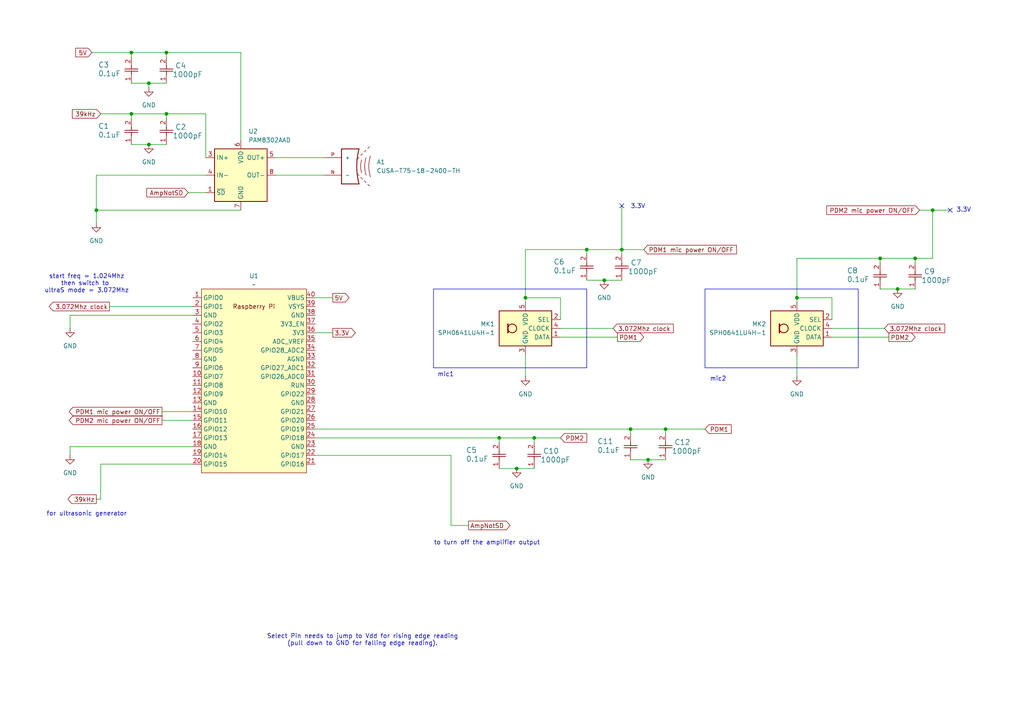
<source format=kicad_sch>
(kicad_sch (version 20231120) (generator "eeschema") (generator_version "8.0")
  (paper "A4")
  (title_block (title "MSE894 Lab 4 - PCBA Schematic") (date "2024-03-23") (rev "00"))
  (lib_symbols
    (symbol "491_Symbols:Pico_W"
      (property "Reference" "U" (at 0 0 0))
      (symbol "Pico_W_0_0"
        (text "Raspberry Pi" (at 0 22.86 0) (effects (font (size 1.27 1.27))))
      )
      (symbol "Pico_W_0_1"
        (rectangle (start -15.24 27.94) (end 15.24 -25.4) (fill (type background)))
      )
      (symbol "Pico_W_1_1"
        (pin bidirectional line (at -17.78 25.4 0) (length 2.54) (name "GPIO0") (number "1"))
        (pin bidirectional line (at -17.78 2.54 0) (length 2.54) (name "GPIO7") (number "10"))
        (pin bidirectional line (at -17.78 0 0) (length 2.54) (name "GPIO8") (number "11"))
        (pin bidirectional line (at -17.78 -2.54 0) (length 2.54) (name "GPIO9") (number "12"))
        (pin power_in line (at -17.78 -5.08 0) (length 2.54) (name "GND") (number "13"))
        (pin bidirectional line (at -17.78 -7.62 0) (length 2.54) (name "GPIO10") (number "14"))
        (pin bidirectional line (at -17.78 -10.16 0) (length 2.54) (name "GPIO11") (number "15"))
        (pin bidirectional line (at -17.78 -12.7 0) (length 2.54) (name "GPIO12") (number "16"))
        (pin bidirectional line (at -17.78 -15.24 0) (length 2.54) (name "GPIO13") (number "17"))
        (pin power_in line (at -17.78 -17.78 0) (length 2.54) (name "GND") (number "18"))
        (pin bidirectional line (at -17.78 -20.32 0) (length 2.54) (name "GPIO14") (number "19"))
        (pin bidirectional line (at -17.78 22.86 0) (length 2.54) (name "GPIO1") (number "2"))
        (pin bidirectional line (at -17.78 -22.86 0) (length 2.54) (name "GPIO15") (number "20"))
        (pin bidirectional line (at 17.78 -22.86 180) (length 2.54) (name "GPIO16") (number "21"))
        (pin bidirectional line (at 17.78 -20.32 180) (length 2.54) (name "GPIO17") (number "22"))
        (pin power_in line (at 17.78 -17.78 180) (length 2.54) (name "GND") (number "23"))
        (pin bidirectional line (at 17.78 -15.24 180) (length 2.54) (name "GPIO18") (number "24"))
        (pin bidirectional line (at 17.78 -12.7 180) (length 2.54) (name "GPIO19") (number "25"))
        (pin bidirectional line (at 17.78 -10.16 180) (length 2.54) (name "GPIO20") (number "26"))
        (pin bidirectional line (at 17.78 -7.62 180) (length 2.54) (name "GPIO21") (number "27"))
        (pin power_in line (at 17.78 -5.08 180) (length 2.54) (name "GND") (number "28"))
        (pin bidirectional line (at 17.78 -2.54 180) (length 2.54) (name "GPIO22") (number "29"))
        (pin power_in line (at -17.78 20.32 0) (length 2.54) (name "GND") (number "3"))
        (pin input line (at 17.78 0 180) (length 2.54) (name "RUN") (number "30"))
        (pin bidirectional line (at 17.78 2.54 180) (length 2.54) (name "GPIO26_ADC0") (number "31"))
        (pin bidirectional line (at 17.78 5.08 180) (length 2.54) (name "GPIO27_ADC1") (number "32"))
        (pin power_in line (at 17.78 7.62 180) (length 2.54) (name "AGND") (number "33"))
        (pin bidirectional line (at 17.78 10.16 180) (length 2.54) (name "GPIO28_ADC2") (number "34"))
        (pin unspecified line (at 17.78 12.7 180) (length 2.54) (name "ADC_VREF") (number "35"))
        (pin unspecified line (at 17.78 15.24 180) (length 2.54) (name "3V3") (number "36"))
        (pin input line (at 17.78 17.78 180) (length 2.54) (name "3V3_EN") (number "37"))
        (pin bidirectional line (at 17.78 20.32 180) (length 2.54) (name "GND") (number "38"))
        (pin unspecified line (at 17.78 22.86 180) (length 2.54) (name "VSYS") (number "39"))
        (pin bidirectional line (at -17.78 17.78 0) (length 2.54) (name "GPIO2") (number "4"))
        (pin unspecified line (at 17.78 25.4 180) (length 2.54) (name "VBUS") (number "40"))
        (pin bidirectional line (at -17.78 15.24 0) (length 2.54) (name "GPIO3") (number "5"))
        (pin bidirectional line (at -17.78 12.7 0) (length 2.54) (name "GPIO4") (number "6"))
        (pin bidirectional line (at -17.78 10.16 0) (length 2.54) (name "GPIO5") (number "7"))
        (pin power_in line (at -17.78 7.62 0) (length 2.54) (name "GND") (number "8"))
        (pin bidirectional line (at -17.78 5.08 0) (length 2.54) (name "GPIO6") (number "9"))
      )
    )
    (symbol "Amplifier_Audio:PAM8302AAD"
      (property "Reference" "U" (at 7.62 11.43 0))
      (property "Value" "PAM8302AAD" (at 7.62 8.89 0))
      (symbol "PAM8302AAD_0_1"
        (rectangle (start -7.62 7.62) (end 7.62 -7.62) (stroke (width 0.254)) (fill (type background)))
      )
      (symbol "PAM8302AAD_1_1"
        (pin input line (at -10.16 -5.08 0) (length 2.54) (name "~{SD}") (number "1"))
        (pin no_connect line (at 7.62 -5.08 180) (length 2.54) hide (name "NC") (number "2"))
        (pin input line (at -10.16 5.08 0) (length 2.54) (name "IN+") (number "3"))
        (pin input line (at -10.16 0 0) (length 2.54) (name "IN-") (number "4"))
        (pin output line (at 10.16 5.08 180) (length 2.54) (name "OUT+") (number "5"))
        (pin power_in line (at 0 10.16 270) (length 2.54) (name "VDD") (number "6"))
        (pin power_in line (at 0 -10.16 90) (length 2.54) (name "GND") (number "7"))
        (pin output line (at 10.16 0 180) (length 2.54) (name "OUT-") (number "8"))
      )
    )
    (symbol "CUSA-T75-18-2400-TH:CUSA-T75-18-2400-TH" (pin_names (offset 1.016))
      (property "Reference" "A" (at -3.0988 6.604 0))
      (property "Value" "CUSA-T75-18-2400-TH" (at -3.556 -5.842 0))
      (symbol "CUSA-T75-18-2400-TH_0_0"
        (polyline (pts (xy -2.54 -5.08) (xy -2.54 5.08)) (stroke (width 0.254)))
        (polyline (pts (xy -2.54 5.08) (xy 2.54 5.08)) (stroke (width 0.254)))
        (polyline (pts (xy 2.032 -2.159) (xy 2.54 -2.667)) (stroke (width 0.1524)))
        (polyline (pts (xy 2.032 2.159) (xy 2.54 2.667)) (stroke (width 0.1524)))
        (polyline (pts (xy 2.54 -5.08) (xy -2.54 -5.08)) (stroke (width 0.254)))
        (polyline (pts (xy 3.048 3.175) (xy 3.556 3.683)) (stroke (width 0.1524)))
        (polyline (pts (xy 3.556 -3.683) (xy 3.048 -3.175)) (stroke (width 0.1524)))
        (polyline (pts (xy 4.064 4.191) (xy 4.572 4.699)) (stroke (width 0.1524)))
        (polyline (pts (xy 4.572 -4.699) (xy 4.064 -4.191)) (stroke (width 0.1524)))
        (polyline (pts (xy 5.08 5.207) (xy 5.588 5.715)) (stroke (width 0.1524)))
        (polyline (pts (xy 5.588 -5.715) (xy 5.08 -5.207)) (stroke (width 0.1524)))
        (arc (start 2.54 5.08) (mid 1.8712 0) (end 2.54 -5.08) (stroke (width 0.254)))
        (arc (start 3.302 1.905) (mid 3.0088 0) (end 3.302 -1.905) (stroke (width 0.1524)))
        (arc (start 4.572 2.54) (mid 4.1812 0) (end 4.572 -2.54) (stroke (width 0.1524)))
        (arc (start 5.842 3.048) (mid 5.3729 0) (end 5.842 -3.048) (stroke (width 0.1524)))
        (pin passive line (at -7.62 -2.54 0) (length 5.08) (name "-") (number "N"))
        (pin passive line (at -7.62 2.54 0) (length 5.08) (name "+") (number "P"))
      )
    )
    (symbol "C_0805_1nF_SMD:C0805C102K5RACTU" (pin_names (offset 0.254))
      (property "Reference" "C" (at 3.81 3.81 0))
      (property "Value" "C0805C102K5RACTU" (at 3.81 -3.81 0))
      (symbol "C0805C102K5RACTU_1_1"
        (polyline (pts (xy 2.54 0) (xy 3.4798 0)) (stroke (width 0.2032)))
        (polyline (pts (xy 3.4798 -1.905) (xy 3.4798 1.905)) (stroke (width 0.2032)))
        (polyline (pts (xy 4.1148 -1.905) (xy 4.1148 1.905)) (stroke (width 0.2032)))
        (polyline (pts (xy 4.1148 0) (xy 5.08 0)) (stroke (width 0.2032)))
        (pin unspecified line (at 0 0 0) (length 2.54) (name "") (number "1"))
        (pin unspecified line (at 7.62 0 180) (length 2.54) (name "") (number "2"))
      )
      (symbol "C0805C102K5RACTU_1_2"
        (polyline (pts (xy -1.905 -4.1148) (xy 1.905 -4.1148)) (stroke (width 0.2032)))
        (polyline (pts (xy -1.905 -3.4798) (xy 1.905 -3.4798)) (stroke (width 0.2032)))
        (polyline (pts (xy 0 -4.1148) (xy 0 -5.08)) (stroke (width 0.2032)))
        (polyline (pts (xy 0 -2.54) (xy 0 -3.4798)) (stroke (width 0.2032)))
        (pin unspecified line (at 0 0 270) (length 2.54) (name "") (number "1"))
        (pin unspecified line (at 0 -7.62 90) (length 2.54) (name "") (number "2"))
      )
    )
    (symbol "C_1206_01uF_SMD:C1206C104K5RACTU" (pin_names (offset 0.254))
      (property "Reference" "C" (at 3.81 3.81 0))
      (property "Value" "C1206C104K5RACTU" (at 3.81 -3.81 0))
      (symbol "C1206C104K5RACTU_1_1"
        (polyline (pts (xy 2.54 0) (xy 3.4798 0)) (stroke (width 0.2032)))
        (polyline (pts (xy 3.4798 -1.905) (xy 3.4798 1.905)) (stroke (width 0.2032)))
        (polyline (pts (xy 4.1148 -1.905) (xy 4.1148 1.905)) (stroke (width 0.2032)))
        (polyline (pts (xy 4.1148 0) (xy 5.08 0)) (stroke (width 0.2032)))
        (pin unspecified line (at 0 0 0) (length 2.54) (name "") (number "1"))
        (pin unspecified line (at 7.62 0 180) (length 2.54) (name "") (number "2"))
      )
      (symbol "C1206C104K5RACTU_1_2"
        (polyline (pts (xy -1.905 -4.1148) (xy 1.905 -4.1148)) (stroke (width 0.2032)))
        (polyline (pts (xy -1.905 -3.4798) (xy 1.905 -3.4798)) (stroke (width 0.2032)))
        (polyline (pts (xy 0 -4.1148) (xy 0 -5.08)) (stroke (width 0.2032)))
        (polyline (pts (xy 0 -2.54) (xy 0 -3.4798)) (stroke (width 0.2032)))
        (pin unspecified line (at 0 0 270) (length 2.54) (name "") (number "1"))
        (pin unspecified line (at 0 -7.62 90) (length 2.54) (name "") (number "2"))
      )
    )
    (symbol "Sensor_Audio:SPH0641LU4H-1"
      (property "Reference" "MK" (at 5.08 6.35 0))
      (property "Value" "SPH0641LU4H-1" (at 8.89 -6.35 0))
      (symbol "SPH0641LU4H-1_1_1"
        (rectangle (start -7.62 5.08) (end 7.62 -5.08) (stroke (width 0.254)) (fill (type background)))
        (circle (center -3.81 0) (radius 1.27) (stroke (width 0.254)))
        (polyline (pts (xy -5.08 1.27) (xy -5.08 -1.27)) (stroke (width 0.381)))
        (pin output line (at 10.16 -2.54 180) (length 2.54) (name "DATA") (number "1"))
        (pin input line (at 10.16 2.54 180) (length 2.54) (name "SEL") (number "2"))
        (pin power_in line (at 0 -7.62 90) (length 2.54) (name "GND") (number "3"))
        (pin input line (at 10.16 0 180) (length 2.54) (name "CLOCK") (number "4"))
        (pin power_in line (at 0 7.62 270) (length 2.54) (name "VDD") (number "5"))
      )
    )
    (symbol "power:GND" (power) (pin_numbers hide) (pin_names (offset 0) hide)
      (property "Value" "GND" (at 0 -3.81 0))
      (symbol "GND_0_1"
        (polyline (pts (xy 0 0) (xy 0 -1.27) (xy 1.27 -1.27) (xy 0 -2.54) (xy -1.27 -1.27) (xy 0 -1.27)))
      )
      (symbol "GND_1_1"
        (pin power_in line (at 0 0 270) (length 0) (name "~") (number "1"))
      )
    )
  )
  (junction (at 144.78 127))
  (junction (at 48.26 15.24))
  (junction (at 43.18 24.13))
  (junction (at 260.35 83.82))
  (junction (at 182.88 124.46))
  (junction (at 187.96 133.35))
  (junction (at 265.43 74.93))
  (junction (at 270.51 60.96))
  (junction (at 149.86 135.89))
  (junction (at 27.94 60.96))
  (junction (at 175.26 81.28))
  (junction (at 193.04 124.46))
  (junction (at 154.94 127))
  (junction (at 43.18 41.91))
  (junction (at 170.18 72.39))
  (junction (at 48.26 33.02))
  (junction (at 231.14 86.36))
  (junction (at 38.1 33.02))
  (junction (at 255.27 74.93))
  (junction (at 38.1 15.24))
  (junction (at 180.34 72.39))
  (junction (at 152.4 86.36))
  (no_connect (at 180.34 59.69))
  (no_connect (at 275.59 60.96))
  (wire (pts (xy 80.01 45.72) (xy 93.98 45.72)))
  (wire (pts (xy 152.4 86.36) (xy 162.56 86.36)))
  (wire (pts (xy 27.94 60.96) (xy 69.85 60.96)))
  (wire (pts (xy 255.27 74.93) (xy 265.43 74.93)))
  (wire (pts (xy 266.7 60.96) (xy 270.51 60.96)))
  (wire (pts (xy 193.04 124.46) (xy 193.04 125.73)))
  (wire (pts (xy 231.14 86.36) (xy 231.14 87.63)))
  (wire (pts (xy 241.3 95.25) (xy 256.54 95.25)))
  (wire (pts (xy 48.26 15.24) (xy 69.85 15.24)))
  (wire (pts (xy 130.81 152.4) (xy 135.89 152.4)))
  (wire (pts (xy 193.04 124.46) (xy 204.47 124.46)))
  (wire (pts (xy 43.18 41.91) (xy 48.26 41.91)))
  (wire (pts (xy 48.26 33.02) (xy 59.69 33.02)))
  (wire (pts (xy 187.96 133.35) (xy 193.04 133.35)))
  (wire (pts (xy 231.14 102.87) (xy 231.14 109.22)))
  (wire (pts (xy 241.3 92.71) (xy 241.3 86.36)))
  (wire (pts (xy 27.94 144.78) (xy 29.21 144.78)))
  (wire (pts (xy 162.56 92.71) (xy 162.56 86.36)))
  (wire (pts (xy 29.21 134.62) (xy 55.88 134.62)))
  (wire (pts (xy 270.51 60.96) (xy 275.59 60.96)))
  (wire (pts (xy 152.4 102.87) (xy 152.4 109.22)))
  (wire (pts (xy 91.44 132.08) (xy 130.81 132.08)))
  (wire (pts (xy 182.88 124.46) (xy 182.88 125.73)))
  (wire (pts (xy 31.75 88.9) (xy 55.88 88.9)))
  (wire (pts (xy 91.44 96.52) (xy 96.52 96.52)))
  (wire (pts (xy 154.94 127) (xy 162.56 127)))
  (wire (pts (xy 29.21 144.78) (xy 29.21 134.62)))
  (wire (pts (xy 46.99 121.92) (xy 55.88 121.92)))
  (wire (pts (xy 182.88 133.35) (xy 187.96 133.35)))
  (wire (pts (xy 170.18 72.39) (xy 180.34 72.39)))
  (wire (pts (xy 162.56 97.79) (xy 179.07 97.79)))
  (wire (pts (xy 255.27 74.93) (xy 255.27 76.2)))
  (wire (pts (xy 255.27 74.93) (xy 231.14 74.93)))
  (wire (pts (xy 186.69 72.39) (xy 180.34 72.39)))
  (wire (pts (xy 152.4 72.39) (xy 152.4 86.36)))
  (wire (pts (xy 20.32 129.54) (xy 20.32 132.08)))
  (wire (pts (xy 38.1 24.13) (xy 43.18 24.13)))
  (wire (pts (xy 59.69 50.8) (xy 27.94 50.8)))
  (wire (pts (xy 255.27 83.82) (xy 260.35 83.82)))
  (wire (pts (xy 241.3 97.79) (xy 257.81 97.79)))
  (wire (pts (xy 80.01 50.8) (xy 93.98 50.8)))
  (wire (pts (xy 43.18 24.13) (xy 43.18 25.4)))
  (wire (pts (xy 182.88 124.46) (xy 193.04 124.46)))
  (wire (pts (xy 162.56 95.25) (xy 177.8 95.25)))
  (wire (pts (xy 265.43 74.93) (xy 270.51 74.93)))
  (wire (pts (xy 69.85 15.24) (xy 69.85 40.64)))
  (wire (pts (xy 144.78 127) (xy 154.94 127)))
  (wire (pts (xy 260.35 83.82) (xy 265.43 83.82)))
  (wire (pts (xy 231.14 74.93) (xy 231.14 86.36)))
  (wire (pts (xy 144.78 127) (xy 144.78 128.27)))
  (wire (pts (xy 265.43 74.93) (xy 265.43 76.2)))
  (wire (pts (xy 55.88 129.54) (xy 20.32 129.54)))
  (wire (pts (xy 170.18 81.28) (xy 175.26 81.28)))
  (wire (pts (xy 180.34 72.39) (xy 180.34 73.66)))
  (wire (pts (xy 38.1 15.24) (xy 48.26 15.24)))
  (wire (pts (xy 20.32 91.44) (xy 55.88 91.44)))
  (wire (pts (xy 154.94 127) (xy 154.94 128.27)))
  (wire (pts (xy 54.61 55.88) (xy 59.69 55.88)))
  (wire (pts (xy 149.86 135.89) (xy 154.94 135.89)))
  (wire (pts (xy 130.81 132.08) (xy 130.81 152.4)))
  (wire (pts (xy 27.94 64.77) (xy 27.94 60.96)))
  (wire (pts (xy 48.26 15.24) (xy 48.26 16.51)))
  (wire (pts (xy 38.1 33.02) (xy 48.26 33.02)))
  (wire (pts (xy 38.1 15.24) (xy 38.1 16.51)))
  (wire (pts (xy 270.51 60.96) (xy 270.51 74.93)))
  (wire (pts (xy 91.44 127) (xy 144.78 127)))
  (wire (pts (xy 170.18 72.39) (xy 170.18 73.66)))
  (wire (pts (xy 27.94 50.8) (xy 27.94 60.96)))
  (wire (pts (xy 59.69 33.02) (xy 59.69 45.72)))
  (wire (pts (xy 38.1 41.91) (xy 43.18 41.91)))
  (wire (pts (xy 20.32 95.25) (xy 20.32 91.44)))
  (wire (pts (xy 26.67 15.24) (xy 38.1 15.24)))
  (wire (pts (xy 29.21 33.02) (xy 38.1 33.02)))
  (wire (pts (xy 46.99 119.38) (xy 55.88 119.38)))
  (wire (pts (xy 38.1 33.02) (xy 38.1 34.29)))
  (wire (pts (xy 91.44 86.36) (xy 96.52 86.36)))
  (wire (pts (xy 144.78 135.89) (xy 149.86 135.89)))
  (wire (pts (xy 231.14 86.36) (xy 241.3 86.36)))
  (wire (pts (xy 180.34 59.69) (xy 180.34 72.39)))
  (wire (pts (xy 48.26 33.02) (xy 48.26 34.29)))
  (wire (pts (xy 152.4 86.36) (xy 152.4 87.63)))
  (wire (pts (xy 170.18 72.39) (xy 152.4 72.39)))
  (wire (pts (xy 175.26 81.28) (xy 180.34 81.28)))
  (wire (pts (xy 91.44 124.46) (xy 182.88 124.46)))
  (wire (pts (xy 43.18 24.13) (xy 48.26 24.13)))
  (rectangle (start 204.47 83.82) (end 248.92 106.68))
  (rectangle (start 125.73 83.82) (end 170.18 106.68))
  (text "Select Pin needs to jump to Vdd for rising edge reading\n(pull down to GND for falling edge reading)." (at 105.156 185.674 0) (effects (font (size 1.27 1.27))))
  (text "for ultrasonic generator" (at 25.146 149.098 0) (effects (font (size 1.27 1.27))))
  (text "mic1" (at 129.286 108.712 0) (effects (font (size 1.27 1.27))))
  (text "to turn off the amplifier output" (at 141.224 157.48 0) (effects (font (size 1.27 1.27))))
  (text "mic2" (at 208.28 109.982 0) (effects (font (size 1.27 1.27))))
  (text "3.3V" (at 277.368 60.96 0) (effects (font (size 1.27 1.27)) (justify left)))
  (text "start freq = 1.024Mhz\nthen switch to \nultraS mode = 3.072Mhz" (at 25.146 82.296 0) (effects (font (size 1.27 1.27))))
  (text "3.3V" (at 182.88 59.944 0) (effects (font (size 1.27 1.27)) (justify left)))
  (global_label "PDM2 mic power ON{slash}OFF" (shape output) (at 46.99 121.92 180) (property "Intersheetrefs" "${INTERSHEET_REFS}" (effects (hide yes))))
  (global_label "PDM1" (shape input) (at 204.47 124.46 0) (property "Intersheetrefs" "${INTERSHEET_REFS}" (effects (hide yes))))
  (global_label "3.072Mhz clock" (shape input) (at 256.54 95.25 0) (property "Intersheetrefs" "${INTERSHEET_REFS}" (effects (hide yes))))
  (global_label "PDM2" (shape output) (at 257.81 97.79 0) (property "Intersheetrefs" "${INTERSHEET_REFS}" (effects (hide yes))))
  (global_label "PDM1 mic power ON{slash}OFF" (shape input) (at 186.69 72.39 0) (property "Intersheetrefs" "${INTERSHEET_REFS}" (effects (hide yes))))
  (global_label "PDM1" (shape output) (at 179.07 97.79 0) (property "Intersheetrefs" "${INTERSHEET_REFS}" (effects (hide yes))))
  (global_label "PDM1 mic power ON{slash}OFF" (shape output) (at 46.99 119.38 180) (property "Intersheetrefs" "${INTERSHEET_REFS}" (effects (hide yes))))
  (global_label "3.072Mhz clock" (shape input) (at 177.8 95.25 0) (property "Intersheetrefs" "${INTERSHEET_REFS}" (effects (hide yes))))
  (global_label "5V" (shape output) (at 96.52 86.36 0) (property "Intersheetrefs" "${INTERSHEET_REFS}" (effects (hide yes))))
  (global_label "3.3V" (shape output) (at 96.52 96.52 0) (property "Intersheetrefs" "${INTERSHEET_REFS}" (effects (hide yes))))
  (global_label "AmpNotSD" (shape output) (at 135.89 152.4 0) (property "Intersheetrefs" "${INTERSHEET_REFS}" (effects (hide yes))))
  (global_label "3.072Mhz clock" (shape output) (at 31.75 88.9 180) (property "Intersheetrefs" "${INTERSHEET_REFS}" (effects (hide yes))))
  (global_label "PDM2" (shape input) (at 162.56 127 0) (property "Intersheetrefs" "${INTERSHEET_REFS}" (effects (hide yes))))
  (global_label "PDM2 mic power ON{slash}OFF" (shape input) (at 266.7 60.96 180) (property "Intersheetrefs" "${INTERSHEET_REFS}" (effects (hide yes))))
  (global_label "5V" (shape input) (at 26.67 15.24 180) (property "Intersheetrefs" "${INTERSHEET_REFS}" (effects (hide yes))))
  (global_label "AmpNotSD" (shape input) (at 54.61 55.88 180) (property "Intersheetrefs" "${INTERSHEET_REFS}" (effects (hide yes))))
  (global_label "39kHz" (shape input) (at 29.21 33.02 180) (property "Intersheetrefs" "${INTERSHEET_REFS}" (effects (hide yes))))
  (global_label "39kHz" (shape output) (at 27.94 144.78 180) (property "Intersheetrefs" "${INTERSHEET_REFS}" (effects (hide yes))))
  (symbol (lib_id "C_0805_1nF_SMD:C0805C102K5RACTU") (at 180.34 81.28 90) (unit 1)
    (property "Reference" "C7" (at 182.88 76.2 90) (effects (font (size 1.524 1.524)) (justify right)))
    (property "Value" "1000pF" (at 182.118 78.74 90) (effects (font (size 1.524 1.524)) (justify right)))
    (property "Footprint" "Capacitor_SMD:C_0805_2012Metric" (effects (hide yes)))
    (property "Datasheet" "C0805C102K5RACTU" (effects (hide yes)))
  )
  (symbol (lib_id "power:GND") (at 43.18 41.91 0) (unit 1)
    (property "Reference" "#PWR07" (effects (hide yes)))
    (property "Value" "GND" (at 43.18 46.99 0))
    (property "Description" "Power symbol creates a global label with name \"GND\" , ground" (effects (hide yes)))
  )
  (symbol (lib_id "C_1206_01uF_SMD:C1206C104K5RACTU") (at 182.88 133.35 90) (unit 1)
    (property "Reference" "C11" (at 173.228 128.016 90) (effects (font (size 1.524 1.524)) (justify right)))
    (property "Value" "0.1uF" (at 173.228 130.556 90) (effects (font (size 1.524 1.524)) (justify right)))
    (property "Footprint" "Capacitor_SMD:C_0805_2012Metric" (effects (hide yes)))
    (property "Datasheet" "C1206C104K5RACTU" (effects (hide yes)))
  )
  (symbol (lib_id "CUSA-T75-18-2400-TH:CUSA-T75-18-2400-TH") (at 101.6 48.26 0) (unit 1)
    (property "Reference" "A1" (at 109.22 46.9899 0) (effects (justify left)))
    (property "Value" "CUSA-T75-18-2400-TH" (at 109.22 49.5299 0) (effects (justify left)))
    (property "Footprint" "Audio_Module:XDCR_CUSA-T75-18-2400-TH" (effects (hide yes)))
    (property "PARTREV" "1.0" (effects (hide yes)))
    (property "STANDARD" "Manufacturer Recommendations" (effects (hide yes)))
    (property "MAXIMUM_PACKAGE_HEIGHT" "9.8 mm" (effects (hide yes)))
    (property "MANUFACTURER" "CUI" (effects (hide yes)))
  )
  (symbol (lib_id "C_1206_01uF_SMD:C1206C104K5RACTU") (at 255.27 83.82 90) (unit 1)
    (property "Reference" "C8" (at 245.618 78.486 90) (effects (font (size 1.524 1.524)) (justify right)))
    (property "Value" "0.1uF" (at 245.618 81.026 90) (effects (font (size 1.524 1.524)) (justify right)))
    (property "Footprint" "Capacitor_SMD:C_0805_2012Metric" (effects (hide yes)))
    (property "Datasheet" "C1206C104K5RACTU" (effects (hide yes)))
  )
  (symbol (lib_id "C_0805_1nF_SMD:C0805C102K5RACTU") (at 154.94 135.89 90) (unit 1)
    (property "Reference" "C10" (at 157.48 130.81 90) (effects (font (size 1.524 1.524)) (justify right)))
    (property "Value" "1000pF" (at 156.718 133.35 90) (effects (font (size 1.524 1.524)) (justify right)))
    (property "Footprint" "Capacitor_SMD:C_0805_2012Metric" (effects (hide yes)))
    (property "Datasheet" "C0805C102K5RACTU" (effects (hide yes)))
  )
  (symbol (lib_id "C_1206_01uF_SMD:C1206C104K5RACTU") (at 38.1 41.91 90) (unit 1)
    (property "Reference" "C1" (at 28.448 36.576 90) (effects (font (size 1.524 1.524)) (justify right)))
    (property "Value" "0.1uF" (at 28.448 39.116 90) (effects (font (size 1.524 1.524)) (justify right)))
    (property "Footprint" "Capacitor_SMD:C_0805_2012Metric" (effects (hide yes)))
    (property "Datasheet" "C1206C104K5RACTU" (effects (hide yes)))
  )
  (symbol (lib_id "491_Symbols:Pico_W") (at 73.66 111.76 0) (unit 1)
    (property "Reference" "U1" (at 73.66 80.01 0))
    (property "Value" "~" (at 73.66 82.55 0))
    (property "Footprint" "491_Footprints:Pico W" (effects (hide yes)))
  )
  (symbol (lib_id "C_0805_1nF_SMD:C0805C102K5RACTU") (at 193.04 133.35 90) (unit 1)
    (property "Reference" "C12" (at 195.58 128.27 90) (effects (font (size 1.524 1.524)) (justify right)))
    (property "Value" "1000pF" (at 194.818 130.81 90) (effects (font (size 1.524 1.524)) (justify right)))
    (property "Footprint" "Capacitor_SMD:C_0805_2012Metric" (effects (hide yes)))
    (property "Datasheet" "C0805C102K5RACTU" (effects (hide yes)))
  )
  (symbol (lib_id "power:GND") (at 43.18 25.4 0) (unit 1)
    (property "Reference" "#PWR08" (effects (hide yes)))
    (property "Value" "GND" (at 43.18 30.48 0))
    (property "Description" "Power symbol creates a global label with name \"GND\" , ground" (effects (hide yes)))
  )
  (symbol (lib_id "Sensor_Audio:SPH0641LU4H-1") (at 152.4 95.25 0) (unit 1)
    (property "Reference" "MK1" (at 143.51 93.9799 0) (effects (justify right)))
    (property "Value" "SPH0641LU4H-1" (at 143.51 96.5199 0) (effects (justify right)))
    (property "Footprint" "Sensor_Audio:Knowles_LGA-5_3.5x2.65mm" (effects (hide yes)))
    (property "Datasheet" "https://www.knowles.com/docs/default-source/model-downloads/sph0641lu4h-1-revb.pdf" (effects (hide yes)))
    (property "Description" "Digital MEMS Microphone, LGA-5" (effects (hide yes)))
  )
  (symbol (lib_id "C_0805_1nF_SMD:C0805C102K5RACTU") (at 265.43 83.82 90) (unit 1)
    (property "Reference" "C9" (at 267.97 78.74 90) (effects (font (size 1.524 1.524)) (justify right)))
    (property "Value" "1000pF" (at 267.208 81.28 90) (effects (font (size 1.524 1.524)) (justify right)))
    (property "Footprint" "Capacitor_SMD:C_0805_2012Metric" (effects (hide yes)))
    (property "Datasheet" "C0805C102K5RACTU" (effects (hide yes)))
  )
  (symbol (lib_id "power:GND") (at 231.14 109.22 0) (unit 1)
    (property "Reference" "#PWR09" (effects (hide yes)))
    (property "Value" "GND" (at 231.14 114.3 0))
    (property "Description" "Power symbol creates a global label with name \"GND\" , ground" (effects (hide yes)))
  )
  (symbol (lib_id "power:GND") (at 175.26 81.28 0) (unit 1)
    (property "Reference" "#PWR02" (effects (hide yes)))
    (property "Value" "GND" (at 175.26 86.36 0))
    (property "Description" "Power symbol creates a global label with name \"GND\" , ground" (effects (hide yes)))
  )
  (symbol (lib_id "C_1206_01uF_SMD:C1206C104K5RACTU") (at 144.78 135.89 90) (unit 1)
    (property "Reference" "C5" (at 135.128 130.556 90) (effects (font (size 1.524 1.524)) (justify right)))
    (property "Value" "0.1uF" (at 135.128 133.096 90) (effects (font (size 1.524 1.524)) (justify right)))
    (property "Footprint" "Capacitor_SMD:C_0805_2012Metric" (effects (hide yes)))
    (property "Datasheet" "C1206C104K5RACTU" (effects (hide yes)))
  )
  (symbol (lib_id "power:GND") (at 149.86 135.89 0) (unit 1)
    (property "Reference" "#PWR01" (effects (hide yes)))
    (property "Value" "GND" (at 149.86 140.97 0))
    (property "Description" "Power symbol creates a global label with name \"GND\" , ground" (effects (hide yes)))
  )
  (symbol (lib_id "power:GND") (at 152.4 109.22 0) (unit 1)
    (property "Reference" "#PWR04" (effects (hide yes)))
    (property "Value" "GND" (at 152.4 114.3 0))
    (property "Description" "Power symbol creates a global label with name \"GND\" , ground" (effects (hide yes)))
  )
  (symbol (lib_id "power:GND") (at 187.96 133.35 0) (unit 1)
    (property "Reference" "#PWR010" (effects (hide yes)))
    (property "Value" "GND" (at 187.96 138.43 0))
    (property "Description" "Power symbol creates a global label with name \"GND\" , ground" (effects (hide yes)))
  )
  (symbol (lib_id "C_0805_1nF_SMD:C0805C102K5RACTU") (at 48.26 24.13 90) (unit 1)
    (property "Reference" "C4" (at 50.8 19.05 90) (effects (font (size 1.524 1.524)) (justify right)))
    (property "Value" "1000pF" (at 50.038 21.59 90) (effects (font (size 1.524 1.524)) (justify right)))
    (property "Footprint" "Capacitor_SMD:C_0805_2012Metric" (effects (hide yes)))
    (property "Datasheet" "C0805C102K5RACTU" (effects (hide yes)))
  )
  (symbol (lib_id "power:GND") (at 20.32 132.08 0) (unit 1)
    (property "Reference" "#PWR011" (effects (hide yes)))
    (property "Value" "GND" (at 20.32 137.16 0))
    (property "Description" "Power symbol creates a global label with name \"GND\" , ground" (effects (hide yes)))
  )
  (symbol (lib_id "power:GND") (at 260.35 83.82 0) (unit 1)
    (property "Reference" "#PWR03" (effects (hide yes)))
    (property "Value" "GND" (at 260.35 88.9 0))
    (property "Description" "Power symbol creates a global label with name \"GND\" , ground" (effects (hide yes)))
  )
  (symbol (lib_id "C_1206_01uF_SMD:C1206C104K5RACTU") (at 170.18 81.28 90) (unit 1)
    (property "Reference" "C6" (at 160.528 75.946 90) (effects (font (size 1.524 1.524)) (justify right)))
    (property "Value" "0.1uF" (at 160.528 78.486 90) (effects (font (size 1.524 1.524)) (justify right)))
    (property "Footprint" "Capacitor_SMD:C_0805_2012Metric" (effects (hide yes)))
    (property "Datasheet" "C1206C104K5RACTU" (effects (hide yes)))
  )
  (symbol (lib_id "power:GND") (at 27.94 64.77 0) (unit 1)
    (property "Reference" "#PWR06" (effects (hide yes)))
    (property "Value" "GND" (at 27.94 69.85 0))
    (property "Description" "Power symbol creates a global label with name \"GND\" , ground" (effects (hide yes)))
  )
  (symbol (lib_id "C_0805_1nF_SMD:C0805C102K5RACTU") (at 48.26 41.91 90) (unit 1)
    (property "Reference" "C2" (at 50.8 36.83 90) (effects (font (size 1.524 1.524)) (justify right)))
    (property "Value" "1000pF" (at 50.038 39.37 90) (effects (font (size 1.524 1.524)) (justify right)))
    (property "Footprint" "Capacitor_SMD:C_0805_2012Metric" (effects (hide yes)))
    (property "Datasheet" "C0805C102K5RACTU" (effects (hide yes)))
  )
  (symbol (lib_id "power:GND") (at 20.32 95.25 0) (unit 1)
    (property "Reference" "#PWR05" (effects (hide yes)))
    (property "Value" "GND" (at 20.32 100.33 0))
    (property "Description" "Power symbol creates a global label with name \"GND\" , ground" (effects (hide yes)))
  )
  (symbol (lib_id "Sensor_Audio:SPH0641LU4H-1") (at 231.14 95.25 0) (unit 1)
    (property "Reference" "MK2" (at 222.25 93.9799 0) (effects (justify right)))
    (property "Value" "SPH0641LU4H-1" (at 222.25 96.5199 0) (effects (justify right)))
    (property "Footprint" "Sensor_Audio:Knowles_LGA-5_3.5x2.65mm" (effects (hide yes)))
    (property "Datasheet" "https://www.knowles.com/docs/default-source/model-downloads/sph0641lu4h-1-revb.pdf" (effects (hide yes)))
    (property "Description" "Digital MEMS Microphone, LGA-5" (effects (hide yes)))
  )
  (symbol (lib_id "Amplifier_Audio:PAM8302AAD") (at 69.85 50.8 0) (unit 1)
    (property "Reference" "U2" (at 72.0441 38.1 0) (effects (justify left)))
    (property "Value" "PAM8302AAD" (at 72.0441 40.64 0) (effects (justify left)))
    (property "Datasheet" "https://www.diodes.com/assets/Datasheets/PAM8302A.pdf" (effects (hide yes)))
    (property "Description" "2.5W Filterless Class-D Mono Audio Amplifier, SOIC-8" (effects (hide yes)))
  )
  (symbol (lib_id "C_1206_01uF_SMD:C1206C104K5RACTU") (at 38.1 24.13 90) (unit 1)
    (property "Reference" "C3" (at 28.448 18.796 90) (effects (font (size 1.524 1.524)) (justify right)))
    (property "Value" "0.1uF" (at 28.448 21.336 90) (effects (font (size 1.524 1.524)) (justify right)))
    (property "Footprint" "Capacitor_SMD:C_0805_2012Metric" (effects (hide yes)))
    (property "Datasheet" "C1206C104K5RACTU" (effects (hide yes)))
  )
)
</source>
